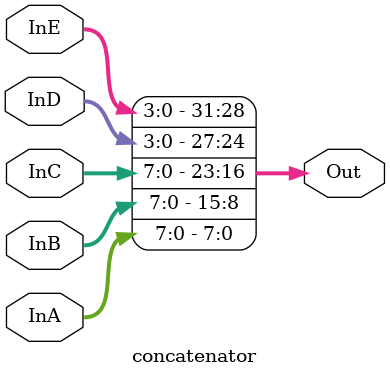
<source format=v>
module concatenator(InA, InB, InC, InD, InE, Out);
  input [7:0] InA, InB, InC;
  input [3:0] InD, InE;
  output [31:0]  Out;
  assign Out = {InE, InD, InC, InB, InA};
endmodule
</source>
